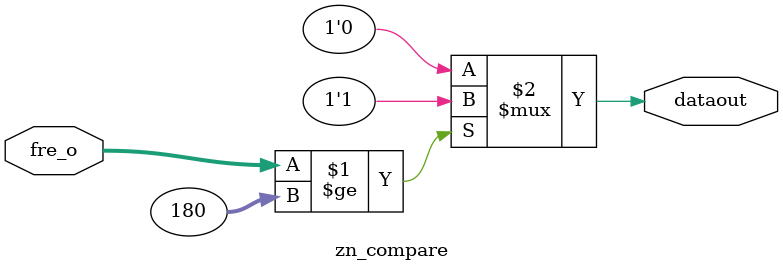
<source format=v>
module zn_compare
(
	input [15:0]  fre_o,
	output wire   dataout
);
 
 assign dataout = fre_o >= 180? 1'b1:1'b0;
 endmodule
  
  
</source>
